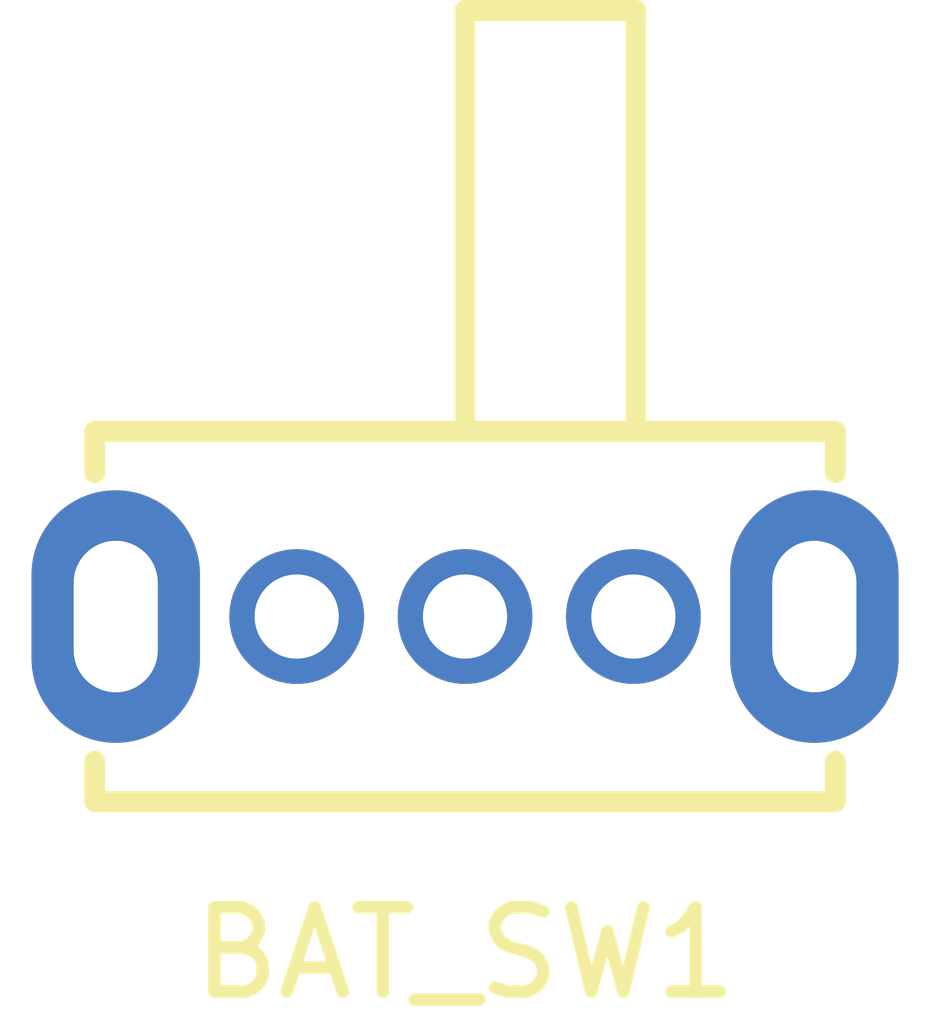
<source format=kicad_pcb>
(kicad_pcb (version 20241229) (generator "pcbnew") (generator_version "9.0")
  (layers (0 "F.Cu" signal) (2 "B.Cu" signal) (13 "F.Paste" user) (15 "B.Paste" user) (5 "F.SilkS" user "F.Silkscreen") (7 "B.SilkS" user "B.Silkscreen") (1 "F.Mask" user) (3 "B.Mask" user) (25 "Edge.Cuts" user))
  (net 0 "")
  (net 1 "VBAT")
  (net 2 "VSYS")
  (net 3 "GND")
  (footprint "ErgoCai.pretty:SW-TH_SK12D07VG5-1" (layer "F.Cu") (at 0 0 180)
    (property "Reference" "BAT_SW1" (at 0 -4 0) (layer "F.SilkS"))
    (property "Value" "SK12D07VG5")
    (fp_line (start 4.4 2.2) (end -4.4 2.2) (stroke (width 0.25)) (layer "F.SilkS"))
    (fp_line (start 4.4 1.71) (end 4.4 2.2) (stroke (width 0.25)) (layer "F.SilkS"))
    (fp_line (start 4.4 -2.2) (end 4.4 -1.72) (stroke (width 0.25)) (layer "F.SilkS"))
    (fp_line (start 4.4 -2.2) (end -4.4 -2.2) (stroke (width 0.25)) (layer "F.SilkS"))
    (fp_line (start 0 2.2) (end 0 7.2) (stroke (width 0.25)) (layer "F.SilkS"))
    (fp_line (start -2.03 7.2) (end 0 7.2) (stroke (width 0.25)) (layer "F.SilkS"))
    (fp_line (start -2.03 7.2) (end -2.03 2.2) (stroke (width 0.25)) (layer "F.SilkS"))
    (fp_line (start -4.4 1.71) (end -4.4 2.2) (stroke (width 0.25)) (layer "F.SilkS"))
    (fp_line (start -4.4 -2.2) (end -4.4 -1.72) (stroke (width 0.25)) (layer "F.SilkS"))
    (pad "1" thru_hole oval (at -2 0) (size 1.6 1.6) (drill 0.999998) (layers "*.Cu" "*.Mask") (net 2 "VSYS"))
    (pad "2" thru_hole oval (at 0 0) (size 1.6 1.6) (drill 0.999998) (layers "*.Cu" "*.Mask") (net 1 "VBAT"))
    (pad "3" thru_hole oval (at 2 0) (size 1.6 1.6) (drill 0.999998) (layers "*.Cu" "*.Mask"))
    (pad "4" thru_hole oval (at 4.15 0 90) (size 3 2) (drill oval 1.799996 0.999998) (layers "*.Cu" "*.Mask") (net 3 "GND"))
    (pad "5" thru_hole oval (at -4.15 0 90) (size 3 2) (drill oval 1.799996 0.999998) (layers "*.Cu" "*.Mask") (net 3 "GND"))
  )
)
</source>
